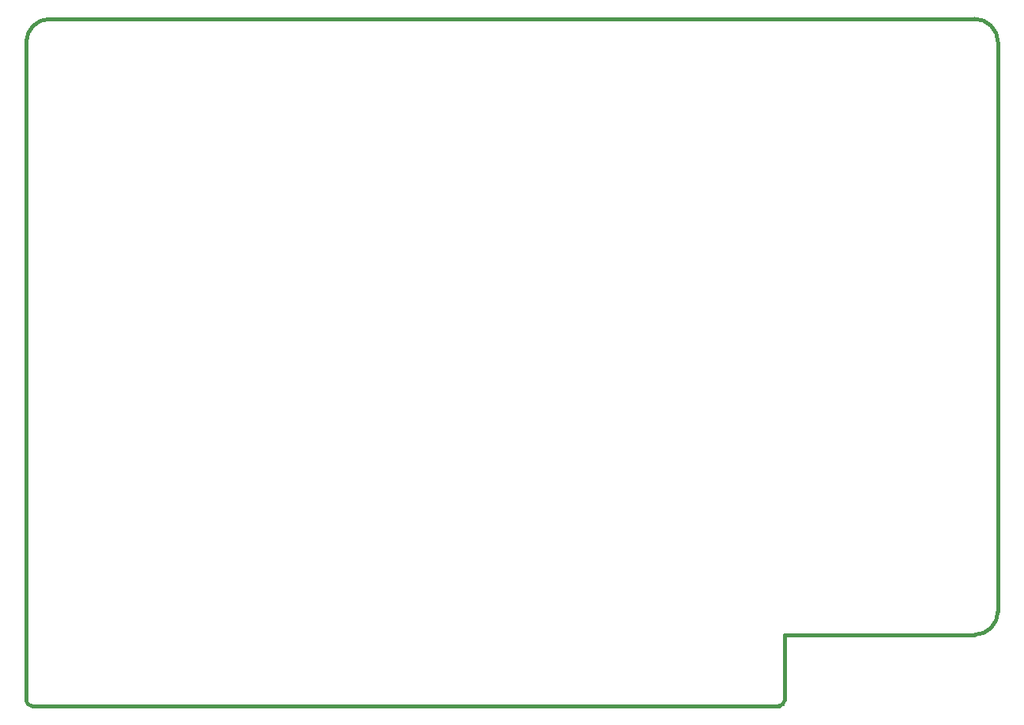
<source format=gm1>
G04 #@! TF.GenerationSoftware,KiCad,Pcbnew,(5.1.8)-1*
G04 #@! TF.CreationDate,2021-01-14T09:05:43-08:00*
G04 #@! TF.ProjectId,isa_opl2,6973615f-6f70-46c3-922e-6b696361645f,rev?*
G04 #@! TF.SameCoordinates,Original*
G04 #@! TF.FileFunction,Profile,NP*
%FSLAX46Y46*%
G04 Gerber Fmt 4.6, Leading zero omitted, Abs format (unit mm)*
G04 Created by KiCad (PCBNEW (5.1.8)-1) date 2021-01-14 09:05:43*
%MOMM*%
%LPD*%
G01*
G04 APERTURE LIST*
G04 #@! TA.AperFunction,Profile*
%ADD10C,0.381000*%
G04 #@! TD*
G04 APERTURE END LIST*
D10*
X203200000Y-116840000D02*
X182880000Y-116840000D01*
X205740000Y-53340000D02*
X205740000Y-114300000D01*
X104140000Y-50800000D02*
X203200000Y-50800000D01*
X101600000Y-123825000D02*
X101600000Y-53340000D01*
X203200000Y-116840000D02*
G75*
G03*
X205740000Y-114300000I0J2540000D01*
G01*
X205740000Y-53340000D02*
G75*
G03*
X203200000Y-50800000I-2540000J0D01*
G01*
X104140000Y-50800000D02*
G75*
G03*
X101600000Y-53340000I0J-2540000D01*
G01*
X182880000Y-123825000D02*
X182880000Y-116840000D01*
X102235000Y-124460000D02*
X182245000Y-124460000D01*
X182245000Y-124460000D02*
G75*
G03*
X182880000Y-123825000I0J635000D01*
G01*
X101600000Y-123825000D02*
G75*
G03*
X102235000Y-124460000I635000J0D01*
G01*
M02*

</source>
